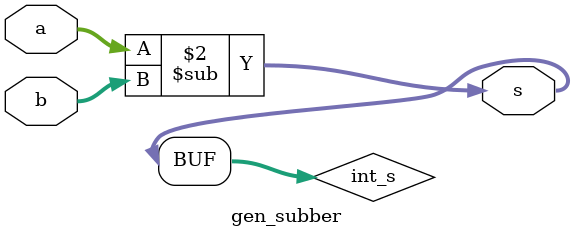
<source format=v>
module gen_subber
#(
	parameter IN_WIDTH = 32,
	parameter OUT_WIDTH = 32
)
(
	input wire [IN_WIDTH - 1:0] a,
	input wire [IN_WIDTH - 1:0] b,
	output wire [OUT_WIDTH - 1:0] s
);
	reg [OUT_WIDTH - 1:0] int_s;
	assign s = int_s;
	always @(a or b)
	begin
		int_s <= a - b;
	end	
endmodule

</source>
